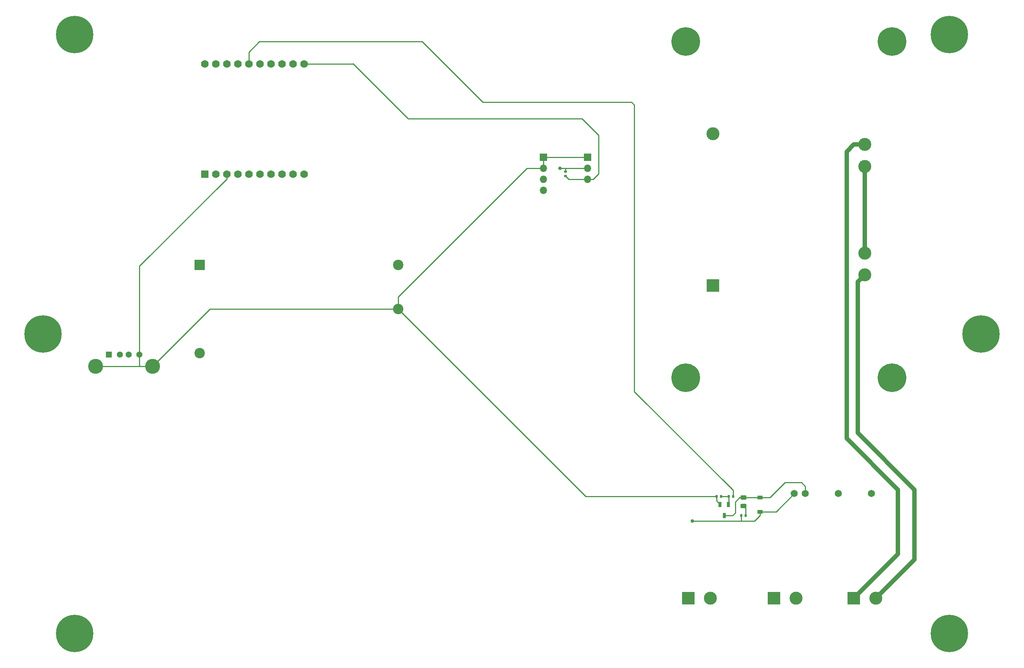
<source format=gbr>
%TF.GenerationSoftware,KiCad,Pcbnew,(6.0.0-0)*%
%TF.CreationDate,2022-12-02T08:06:54+01:00*%
%TF.ProjectId,prototype-2,70726f74-6f74-4797-9065-2d322e6b6963,rev?*%
%TF.SameCoordinates,Original*%
%TF.FileFunction,Copper,L1,Top*%
%TF.FilePolarity,Positive*%
%FSLAX46Y46*%
G04 Gerber Fmt 4.6, Leading zero omitted, Abs format (unit mm)*
G04 Created by KiCad (PCBNEW (6.0.0-0)) date 2022-12-02 08:06:54*
%MOMM*%
%LPD*%
G01*
G04 APERTURE LIST*
G04 Aperture macros list*
%AMRoundRect*
0 Rectangle with rounded corners*
0 $1 Rounding radius*
0 $2 $3 $4 $5 $6 $7 $8 $9 X,Y pos of 4 corners*
0 Add a 4 corners polygon primitive as box body*
4,1,4,$2,$3,$4,$5,$6,$7,$8,$9,$2,$3,0*
0 Add four circle primitives for the rounded corners*
1,1,$1+$1,$2,$3*
1,1,$1+$1,$4,$5*
1,1,$1+$1,$6,$7*
1,1,$1+$1,$8,$9*
0 Add four rect primitives between the rounded corners*
20,1,$1+$1,$2,$3,$4,$5,0*
20,1,$1+$1,$4,$5,$6,$7,0*
20,1,$1+$1,$6,$7,$8,$9,0*
20,1,$1+$1,$8,$9,$2,$3,0*%
G04 Aperture macros list end*
%TA.AperFunction,ComponentPad*%
%ADD10R,3.000000X3.000000*%
%TD*%
%TA.AperFunction,ComponentPad*%
%ADD11C,3.000000*%
%TD*%
%TA.AperFunction,ComponentPad*%
%ADD12R,2.400000X2.400000*%
%TD*%
%TA.AperFunction,ComponentPad*%
%ADD13C,2.400000*%
%TD*%
%TA.AperFunction,ComponentPad*%
%ADD14C,0.900000*%
%TD*%
%TA.AperFunction,ComponentPad*%
%ADD15C,8.600000*%
%TD*%
%TA.AperFunction,SMDPad,CuDef*%
%ADD16RoundRect,0.135000X-0.135000X-0.185000X0.135000X-0.185000X0.135000X0.185000X-0.135000X0.185000X0*%
%TD*%
%TA.AperFunction,ComponentPad*%
%ADD17R,1.778000X1.778000*%
%TD*%
%TA.AperFunction,ComponentPad*%
%ADD18C,1.778000*%
%TD*%
%TA.AperFunction,ComponentPad*%
%ADD19R,1.700000X1.700000*%
%TD*%
%TA.AperFunction,ComponentPad*%
%ADD20O,1.700000X1.700000*%
%TD*%
%TA.AperFunction,ComponentPad*%
%ADD21R,1.431000X1.431000*%
%TD*%
%TA.AperFunction,ComponentPad*%
%ADD22C,1.431000*%
%TD*%
%TA.AperFunction,ComponentPad*%
%ADD23C,3.450000*%
%TD*%
%TA.AperFunction,SMDPad,CuDef*%
%ADD24R,0.700000X1.250013*%
%TD*%
%TA.AperFunction,ComponentPad*%
%ADD25C,6.600000*%
%TD*%
%TA.AperFunction,SMDPad,CuDef*%
%ADD26RoundRect,0.135000X-0.185000X0.135000X-0.185000X-0.135000X0.185000X-0.135000X0.185000X0.135000X0*%
%TD*%
%TA.AperFunction,SMDPad,CuDef*%
%ADD27RoundRect,0.243750X-0.456250X0.243750X-0.456250X-0.243750X0.456250X-0.243750X0.456250X0.243750X0*%
%TD*%
%TA.AperFunction,SMDPad,CuDef*%
%ADD28RoundRect,0.135000X0.135000X0.185000X-0.135000X0.185000X-0.135000X-0.185000X0.135000X-0.185000X0*%
%TD*%
%TA.AperFunction,SMDPad,CuDef*%
%ADD29R,1.200000X0.900000*%
%TD*%
%TA.AperFunction,ComponentPad*%
%ADD30C,1.650000*%
%TD*%
%TA.AperFunction,ViaPad*%
%ADD31C,0.800000*%
%TD*%
%TA.AperFunction,Conductor*%
%ADD32C,0.250000*%
%TD*%
%TA.AperFunction,Conductor*%
%ADD33C,1.000000*%
%TD*%
G04 APERTURE END LIST*
D10*
%TO.P,J4,1,Pin_1*%
%TO.N,Net-(J4-Pad1)*%
X185791920Y-151120000D03*
D11*
%TO.P,J4,2,Pin_2*%
%TO.N,Net-(J4-Pad2)*%
X190871920Y-151120000D03*
%TD*%
D12*
%TO.P,PS1,1,AC/N*%
%TO.N,Net-(J4-Pad2)*%
X73277500Y-74287500D03*
D13*
%TO.P,PS1,2,AC/L*%
%TO.N,Net-(J4-Pad1)*%
X73277500Y-94607500D03*
%TO.P,PS1,3,-Vo*%
%TO.N,GND*%
X118997500Y-84447500D03*
%TO.P,PS1,4,+Vo*%
%TO.N,+5V*%
X118997500Y-74287500D03*
%TD*%
D14*
%TO.P,REF\u002A\u002A,1*%
%TO.N,N/C*%
X248180419Y-161520419D03*
X245900000Y-162465000D03*
X243619581Y-156959581D03*
D15*
X245900000Y-159240000D03*
D14*
X243619581Y-161520419D03*
X245900000Y-156015000D03*
X249125000Y-159240000D03*
X248180419Y-156959581D03*
X242675000Y-159240000D03*
%TD*%
D16*
%TO.P,R4,1*%
%TO.N,+5V*%
X197981920Y-132070000D03*
%TO.P,R4,2*%
%TO.N,Net-(D1-Pad2)*%
X199001920Y-132070000D03*
%TD*%
%TO.P,R2,1*%
%TO.N,Net-(Q1-Pad2)*%
X195071920Y-127625000D03*
%TO.P,R2,2*%
%TO.N,Net-(R2-Pad2)*%
X196091920Y-127625000D03*
%TD*%
D10*
%TO.P,J5,1,Pin_1*%
%TO.N,Net-(J5-Pad1)*%
X205476920Y-151120000D03*
D11*
%TO.P,J5,2,Pin_2*%
%TO.N,Net-(J4-Pad2)*%
X210556920Y-151120000D03*
%TD*%
D17*
%TO.P,U1,1,+5V*%
%TO.N,+5V*%
X74425000Y-53380000D03*
D18*
%TO.P,U1,2,+3.3V_(out)*%
%TO.N,+3V3*%
X76965000Y-53380000D03*
%TO.P,U1,3,GND*%
%TO.N,GND*%
X79505000Y-53380000D03*
%TO.P,U1,4,ESP_EN*%
%TO.N,unconnected-(U1-Pad4)*%
X82045000Y-53380000D03*
%TO.P,U1,5,GPIO0*%
%TO.N,unconnected-(U1-Pad5)*%
X84585000Y-53380000D03*
%TO.P,U1,6,GPIO1*%
%TO.N,unconnected-(U1-Pad6)*%
X87125000Y-53380000D03*
%TO.P,U1,7,GPIO2*%
%TO.N,unconnected-(U1-Pad7)*%
X89665000Y-53380000D03*
%TO.P,U1,8,GPIO3*%
%TO.N,unconnected-(U1-Pad8)*%
X92205000Y-53380000D03*
%TO.P,U1,9,GPIO4*%
%TO.N,unconnected-(U1-Pad9)*%
X94745000Y-53380000D03*
%TO.P,U1,10,GPIO5*%
%TO.N,unconnected-(U1-Pad10)*%
X97285000Y-53380000D03*
%TO.P,U1,11,GPIO13*%
%TO.N,Net-(J2-Pad3)*%
X97285000Y-27980000D03*
%TO.P,U1,12,GPIO14*%
%TO.N,unconnected-(U1-Pad12)*%
X94745000Y-27980000D03*
%TO.P,U1,13,GPIO15*%
%TO.N,unconnected-(U1-Pad13)*%
X92205000Y-27980000D03*
%TO.P,U1,14,GPIO16*%
%TO.N,unconnected-(U1-Pad14)*%
X89665000Y-27980000D03*
%TO.P,U1,15,GPIO32*%
%TO.N,unconnected-(U1-Pad15)*%
X87125000Y-27980000D03*
%TO.P,U1,16,GPIO33*%
%TO.N,Net-(R2-Pad2)*%
X84585000Y-27980000D03*
%TO.P,U1,17,GPIO34*%
%TO.N,unconnected-(U1-Pad17)*%
X82045000Y-27980000D03*
%TO.P,U1,18,GPIO35*%
%TO.N,unconnected-(U1-Pad18)*%
X79505000Y-27980000D03*
%TO.P,U1,19,GPIO36*%
%TO.N,Net-(J3-Pad4)*%
X76965000Y-27980000D03*
%TO.P,U1,20,GPIO39*%
%TO.N,unconnected-(U1-Pad20)*%
X74425000Y-27980000D03*
%TD*%
D14*
%TO.P,REF\u002A\u002A,1*%
%TO.N,N/C*%
X41275000Y-159240000D03*
X44500000Y-162465000D03*
X44500000Y-156015000D03*
X42219581Y-156959581D03*
D15*
X44500000Y-159240000D03*
D14*
X46780419Y-161520419D03*
X42219581Y-161520419D03*
X47725000Y-159240000D03*
X46780419Y-156959581D03*
%TD*%
D19*
%TO.P,J3,1,Pin_1*%
%TO.N,GND*%
X152400000Y-49530000D03*
D20*
%TO.P,J3,2,Pin_2*%
X152400000Y-52070000D03*
%TO.P,J3,3,Pin_3*%
%TO.N,+5V*%
X152400000Y-54610000D03*
%TO.P,J3,4,Pin_4*%
%TO.N,Net-(J3-Pad4)*%
X152400000Y-57150000D03*
%TD*%
D21*
%TO.P,J1,1,VBUS*%
%TO.N,+5V*%
X52380000Y-94955000D03*
D22*
%TO.P,J1,2,D-*%
%TO.N,unconnected-(J1-Pad2)*%
X54880000Y-94955000D03*
%TO.P,J1,3,D+*%
%TO.N,unconnected-(J1-Pad3)*%
X56880000Y-94955000D03*
%TO.P,J1,4,GND*%
%TO.N,GND*%
X59380000Y-94955000D03*
D23*
%TO.P,J1,5,Shield*%
X62450000Y-97665000D03*
X49310000Y-97665000D03*
%TD*%
D14*
%TO.P,REF\u002A\u002A,1*%
%TO.N,N/C*%
X41275000Y-21240000D03*
X46780419Y-18959581D03*
X44500000Y-24465000D03*
X46780419Y-23520419D03*
X47725000Y-21240000D03*
X44500000Y-18015000D03*
X42219581Y-23520419D03*
D15*
X44500000Y-21240000D03*
D14*
X42219581Y-18959581D03*
%TD*%
D10*
%TO.P,J6,1,Pin_1*%
%TO.N,Net-(J6-Pad1)*%
X223891920Y-151120000D03*
D11*
%TO.P,J6,2,Pin_2*%
%TO.N,Net-(J6-Pad2)*%
X228971920Y-151120000D03*
%TD*%
D24*
%TO.P,Q1,1,E*%
%TO.N,GND*%
X193096958Y-129550318D03*
%TO.P,Q1,2,B*%
%TO.N,Net-(Q1-Pad2)*%
X194996882Y-129550318D03*
%TO.P,Q1,3,C*%
%TO.N,Net-(D1-Pad1)*%
X194046920Y-132049682D03*
%TD*%
D19*
%TO.P,J2,1,Pin_1*%
%TO.N,GND*%
X162560000Y-49530000D03*
D20*
%TO.P,J2,2,Pin_2*%
%TO.N,+3V3*%
X162560000Y-52070000D03*
%TO.P,J2,3,Pin_3*%
%TO.N,Net-(J2-Pad3)*%
X162560000Y-54610000D03*
%TD*%
D10*
%TO.P,T1,1,AA*%
%TO.N,Net-(J5-Pad1)*%
X191415000Y-79095000D03*
D11*
%TO.P,T1,2,AB*%
%TO.N,Net-(J4-Pad2)*%
X191415000Y-44095000D03*
%TO.P,T1,3,SA*%
%TO.N,Net-(J6-Pad1)*%
X226415000Y-46595000D03*
%TO.P,T1,4,SB*%
%TO.N,Net-(T1-Pad4)*%
X226415000Y-51595000D03*
%TO.P,T1,5,SC*%
X226415000Y-71595000D03*
%TO.P,T1,6,SD*%
%TO.N,Net-(J6-Pad2)*%
X226415000Y-76595000D03*
D25*
%TO.P,T1,MH1*%
%TO.N,N/C*%
X185165000Y-100345000D03*
%TO.P,T1,MH2*%
X185165000Y-22845000D03*
%TO.P,T1,MH3*%
X232665000Y-22845000D03*
%TO.P,T1,MH4*%
X232665000Y-100345000D03*
%TD*%
D14*
%TO.P,REF\u002A\u002A,1*%
%TO.N,N/C*%
X39480419Y-92520419D03*
D15*
X37200000Y-90240000D03*
D14*
X33975000Y-90240000D03*
X37200000Y-93465000D03*
X39480419Y-87959581D03*
X34919581Y-87959581D03*
X37200000Y-87015000D03*
X34919581Y-92520419D03*
X40425000Y-90240000D03*
%TD*%
%TO.P,REF\u002A\u002A,1*%
%TO.N,N/C*%
X255480419Y-87959581D03*
X250919581Y-87959581D03*
X253200000Y-93465000D03*
X250919581Y-92520419D03*
X249975000Y-90240000D03*
X256425000Y-90240000D03*
D15*
X253200000Y-90240000D03*
D14*
X253200000Y-87015000D03*
X255480419Y-92520419D03*
%TD*%
D26*
%TO.P,R1,1*%
%TO.N,+3V3*%
X157480000Y-52830000D03*
%TO.P,R1,2*%
%TO.N,Net-(J2-Pad3)*%
X157480000Y-53850000D03*
%TD*%
D27*
%TO.P,D1,1,K*%
%TO.N,Net-(D1-Pad1)*%
X198491920Y-127957500D03*
%TO.P,D1,2,A*%
%TO.N,Net-(D1-Pad2)*%
X198491920Y-129832500D03*
%TD*%
D15*
%TO.P,REF\u002A\u002A,1*%
%TO.N,N/C*%
X245900000Y-21240000D03*
D14*
X249125000Y-21240000D03*
X243619581Y-23520419D03*
X248180419Y-18959581D03*
X245900000Y-18015000D03*
X245900000Y-24465000D03*
X242675000Y-21240000D03*
X243619581Y-18959581D03*
X248180419Y-23520419D03*
%TD*%
D28*
%TO.P,R3,1*%
%TO.N,Net-(Q1-Pad2)*%
X193286920Y-127625000D03*
%TO.P,R3,2*%
%TO.N,GND*%
X192266920Y-127625000D03*
%TD*%
D29*
%TO.P,D2,1,K*%
%TO.N,+5V*%
X202301920Y-131180000D03*
%TO.P,D2,2,A*%
%TO.N,Net-(D1-Pad1)*%
X202301920Y-127880000D03*
%TD*%
D30*
%TO.P,K1,1*%
%TO.N,+5V*%
X210185000Y-127000000D03*
%TO.P,K1,2*%
%TO.N,Net-(D1-Pad1)*%
X212725000Y-127000000D03*
%TO.P,K1,5*%
%TO.N,Net-(J4-Pad1)*%
X220345000Y-127000000D03*
%TO.P,K1,8*%
%TO.N,Net-(J5-Pad1)*%
X227965000Y-127000000D03*
%TD*%
D31*
%TO.N,+5V*%
X186690000Y-133350000D03*
%TO.N,+3V3*%
X156210000Y-52070000D03*
%TD*%
D32*
%TO.N,Net-(D1-Pad1)*%
X194046920Y-132049682D02*
X195972238Y-132049682D01*
X195972238Y-132049682D02*
X196586920Y-131435000D01*
X198569420Y-127880000D02*
X198491920Y-127957500D01*
X204586920Y-127880000D02*
X208016920Y-124450000D01*
X202301920Y-127880000D02*
X204586920Y-127880000D01*
X196586920Y-128895000D02*
X197524420Y-127957500D01*
X196586920Y-131435000D02*
X196586920Y-128895000D01*
X208016920Y-124450000D02*
X211826920Y-124450000D01*
X197524420Y-127957500D02*
X198491920Y-127957500D01*
X212725000Y-125348080D02*
X212725000Y-127000000D01*
X211826920Y-124450000D02*
X212725000Y-125348080D01*
X202301920Y-127880000D02*
X198569420Y-127880000D01*
%TO.N,Net-(D1-Pad2)*%
X199001920Y-130342500D02*
X198491920Y-129832500D01*
X199001920Y-132070000D02*
X199001920Y-130342500D01*
%TO.N,+5V*%
X186700000Y-133340000D02*
X186690000Y-133350000D01*
X197981920Y-132070000D02*
X197981920Y-133215000D01*
X186700000Y-133340000D02*
X201031920Y-133340000D01*
X210185000Y-127000000D02*
X206005000Y-131180000D01*
X206005000Y-131180000D02*
X202301920Y-131180000D01*
X202301920Y-131180000D02*
X202301920Y-132070000D01*
X202301920Y-132070000D02*
X201031920Y-133340000D01*
%TO.N,GND*%
X162175000Y-127625000D02*
X118997500Y-84447500D01*
X118997500Y-84447500D02*
X75667500Y-84447500D01*
X162560000Y-49530000D02*
X152400000Y-49530000D01*
X192266920Y-127625000D02*
X162175000Y-127625000D01*
X59565000Y-97665000D02*
X49310000Y-97665000D01*
X79505000Y-54480000D02*
X79505000Y-53380000D01*
X59380000Y-74605000D02*
X79505000Y-54480000D01*
X59380000Y-97480000D02*
X59565000Y-97665000D01*
X152400000Y-49530000D02*
X152400000Y-52070000D01*
X75667500Y-84447500D02*
X62450000Y-97665000D01*
X192266920Y-128720280D02*
X193096958Y-129550318D01*
X152400000Y-52070000D02*
X148590000Y-52070000D01*
X148590000Y-52070000D02*
X118997500Y-81662500D01*
X118997500Y-81662500D02*
X118997500Y-84447500D01*
X59380000Y-94955000D02*
X59380000Y-97480000D01*
X62450000Y-97665000D02*
X59565000Y-97665000D01*
X59380000Y-94955000D02*
X59380000Y-74605000D01*
X192266920Y-127625000D02*
X192266920Y-128720280D01*
%TO.N,+3V3*%
X157480000Y-52070000D02*
X156210000Y-52070000D01*
X157480000Y-52070000D02*
X162560000Y-52070000D01*
X157480000Y-52830000D02*
X157480000Y-52070000D01*
%TO.N,Net-(J2-Pad3)*%
X158240000Y-54610000D02*
X157480000Y-53850000D01*
X161290000Y-40640000D02*
X121285000Y-40640000D01*
X162560000Y-54610000D02*
X163830000Y-54610000D01*
X108585000Y-27940000D02*
X108545000Y-27980000D01*
X163830000Y-54610000D02*
X165100000Y-53340000D01*
X108545000Y-27980000D02*
X97285000Y-27980000D01*
X162560000Y-54610000D02*
X158240000Y-54610000D01*
X165100000Y-53340000D02*
X165100000Y-44450000D01*
X165100000Y-44450000D02*
X161290000Y-40640000D01*
X121285000Y-40640000D02*
X108585000Y-27940000D01*
D33*
%TO.N,Net-(J6-Pad1)*%
X234051920Y-126101920D02*
X222250000Y-114300000D01*
X234051920Y-140960000D02*
X234051920Y-126101920D01*
X222250000Y-114300000D02*
X222250000Y-48260000D01*
X222250000Y-48260000D02*
X223915000Y-46595000D01*
X223891920Y-151120000D02*
X234051920Y-140960000D01*
X223915000Y-46595000D02*
X226415000Y-46595000D01*
%TO.N,Net-(J6-Pad2)*%
X228971920Y-151120000D02*
X237861920Y-142230000D01*
X224790000Y-78220000D02*
X226415000Y-76595000D01*
X237861920Y-126101920D02*
X224790000Y-113030000D01*
X224790000Y-113030000D02*
X224790000Y-78220000D01*
X237861920Y-142230000D02*
X237861920Y-126101920D01*
D32*
%TO.N,Net-(Q1-Pad2)*%
X195071920Y-129475280D02*
X194996882Y-129550318D01*
X195071920Y-127625000D02*
X195071920Y-129475280D01*
X195071920Y-127625000D02*
X193286920Y-127625000D01*
%TO.N,Net-(R2-Pad2)*%
X173355000Y-37465000D02*
X172720000Y-36830000D01*
X84585000Y-27980000D02*
X84585000Y-25270000D01*
X86995000Y-22860000D02*
X124460000Y-22860000D01*
X138430000Y-36830000D02*
X124460000Y-22860000D01*
X84585000Y-25270000D02*
X86995000Y-22860000D01*
X196091920Y-127625000D02*
X196091920Y-126241920D01*
X173355000Y-103505000D02*
X196091920Y-126241920D01*
X172720000Y-36830000D02*
X138430000Y-36830000D01*
X173355000Y-103505000D02*
X173355000Y-37465000D01*
D33*
%TO.N,Net-(T1-Pad4)*%
X226415000Y-51595000D02*
X226415000Y-71595000D01*
%TD*%
M02*

</source>
